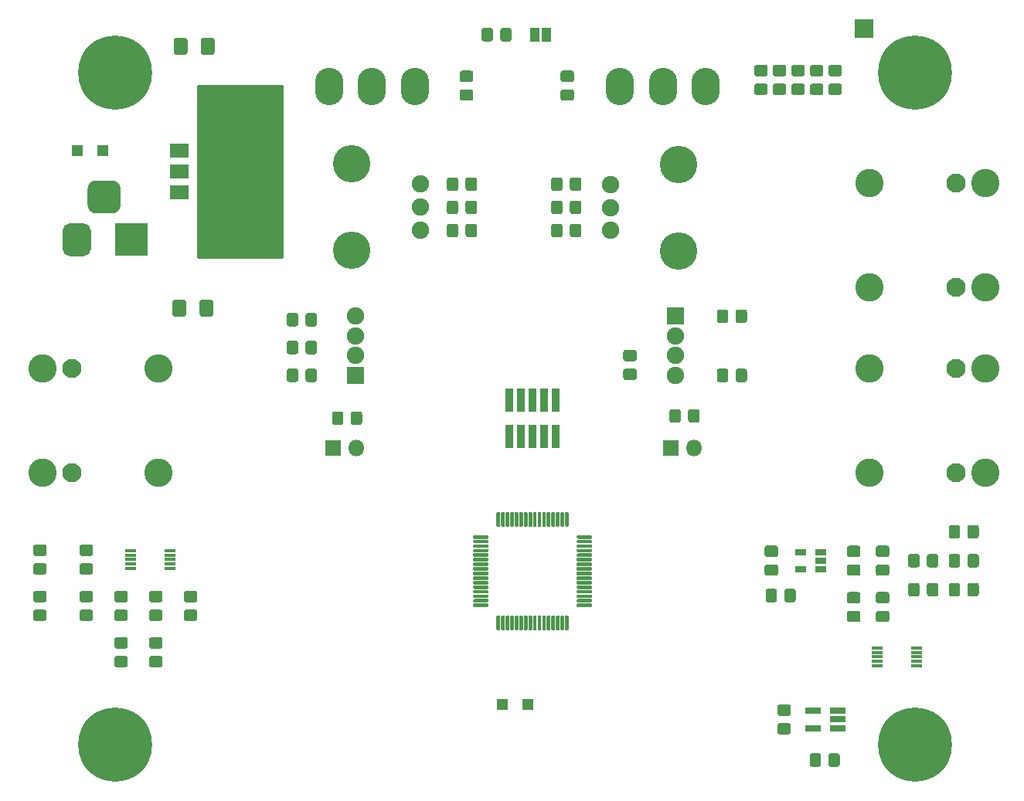
<source format=gbr>
%TF.GenerationSoftware,KiCad,Pcbnew,5.1.6-c6e7f7d~87~ubuntu18.04.1*%
%TF.CreationDate,2020-10-31T16:04:03+00:00*%
%TF.ProjectId,CirrusDspPedal,43697272-7573-4447-9370-506564616c2e,rev?*%
%TF.SameCoordinates,Original*%
%TF.FileFunction,Soldermask,Top*%
%TF.FilePolarity,Negative*%
%FSLAX46Y46*%
G04 Gerber Fmt 4.6, Leading zero omitted, Abs format (unit mm)*
G04 Created by KiCad (PCBNEW 5.1.6-c6e7f7d~87~ubuntu18.04.1) date 2020-10-31 16:04:03*
%MOMM*%
%LPD*%
G01*
G04 APERTURE LIST*
%ADD10R,1.200000X1.200000*%
%ADD11R,2.100000X1.600000*%
%ADD12R,2.100000X3.900000*%
%ADD13C,1.900000*%
%ADD14R,1.900000X1.900000*%
%ADD15R,0.840000X2.500000*%
%ADD16R,1.160000X0.750000*%
%ADD17R,1.200000X0.350000*%
%ADD18R,1.660000X0.750000*%
%ADD19O,3.100000X4.100000*%
%ADD20O,1.800000X1.800000*%
%ADD21R,1.800000X1.800000*%
%ADD22C,4.100000*%
%ADD23R,1.100000X1.600000*%
%ADD24R,2.100000X2.100000*%
%ADD25C,3.100000*%
%ADD26C,2.100000*%
%ADD27R,3.600000X3.600000*%
%ADD28C,8.100000*%
%ADD29C,1.000000*%
%ADD30C,0.254000*%
G04 APERTURE END LIST*
D10*
%TO.C,D2*%
X149990000Y-130175000D03*
X147190000Y-130175000D03*
%TD*%
D11*
%TO.C,U5*%
X111785000Y-69455000D03*
X111785000Y-74055000D03*
X111785000Y-71755000D03*
D12*
X118085000Y-71755000D03*
%TD*%
D13*
%TO.C,LED1*%
X131064000Y-87630000D03*
X131064000Y-89789000D03*
X131064000Y-91948000D03*
D14*
X131064000Y-94107000D03*
%TD*%
D13*
%TO.C,LED2*%
X166116000Y-94107000D03*
X166116000Y-91948000D03*
X166116000Y-89789000D03*
D14*
X166116000Y-87630000D03*
%TD*%
%TO.C,U7*%
G36*
G01*
X146545000Y-110620000D02*
X146545000Y-109170000D01*
G75*
G02*
X146645000Y-109070000I100000J0D01*
G01*
X146845000Y-109070000D01*
G75*
G02*
X146945000Y-109170000I0J-100000D01*
G01*
X146945000Y-110620000D01*
G75*
G02*
X146845000Y-110720000I-100000J0D01*
G01*
X146645000Y-110720000D01*
G75*
G02*
X146545000Y-110620000I0J100000D01*
G01*
G37*
G36*
G01*
X147045000Y-110620000D02*
X147045000Y-109170000D01*
G75*
G02*
X147145000Y-109070000I100000J0D01*
G01*
X147345000Y-109070000D01*
G75*
G02*
X147445000Y-109170000I0J-100000D01*
G01*
X147445000Y-110620000D01*
G75*
G02*
X147345000Y-110720000I-100000J0D01*
G01*
X147145000Y-110720000D01*
G75*
G02*
X147045000Y-110620000I0J100000D01*
G01*
G37*
G36*
G01*
X147545000Y-110620000D02*
X147545000Y-109170000D01*
G75*
G02*
X147645000Y-109070000I100000J0D01*
G01*
X147845000Y-109070000D01*
G75*
G02*
X147945000Y-109170000I0J-100000D01*
G01*
X147945000Y-110620000D01*
G75*
G02*
X147845000Y-110720000I-100000J0D01*
G01*
X147645000Y-110720000D01*
G75*
G02*
X147545000Y-110620000I0J100000D01*
G01*
G37*
G36*
G01*
X148045000Y-110620000D02*
X148045000Y-109170000D01*
G75*
G02*
X148145000Y-109070000I100000J0D01*
G01*
X148345000Y-109070000D01*
G75*
G02*
X148445000Y-109170000I0J-100000D01*
G01*
X148445000Y-110620000D01*
G75*
G02*
X148345000Y-110720000I-100000J0D01*
G01*
X148145000Y-110720000D01*
G75*
G02*
X148045000Y-110620000I0J100000D01*
G01*
G37*
G36*
G01*
X148545000Y-110620000D02*
X148545000Y-109170000D01*
G75*
G02*
X148645000Y-109070000I100000J0D01*
G01*
X148845000Y-109070000D01*
G75*
G02*
X148945000Y-109170000I0J-100000D01*
G01*
X148945000Y-110620000D01*
G75*
G02*
X148845000Y-110720000I-100000J0D01*
G01*
X148645000Y-110720000D01*
G75*
G02*
X148545000Y-110620000I0J100000D01*
G01*
G37*
G36*
G01*
X149045000Y-110620000D02*
X149045000Y-109170000D01*
G75*
G02*
X149145000Y-109070000I100000J0D01*
G01*
X149345000Y-109070000D01*
G75*
G02*
X149445000Y-109170000I0J-100000D01*
G01*
X149445000Y-110620000D01*
G75*
G02*
X149345000Y-110720000I-100000J0D01*
G01*
X149145000Y-110720000D01*
G75*
G02*
X149045000Y-110620000I0J100000D01*
G01*
G37*
G36*
G01*
X149545000Y-110620000D02*
X149545000Y-109170000D01*
G75*
G02*
X149645000Y-109070000I100000J0D01*
G01*
X149845000Y-109070000D01*
G75*
G02*
X149945000Y-109170000I0J-100000D01*
G01*
X149945000Y-110620000D01*
G75*
G02*
X149845000Y-110720000I-100000J0D01*
G01*
X149645000Y-110720000D01*
G75*
G02*
X149545000Y-110620000I0J100000D01*
G01*
G37*
G36*
G01*
X150045000Y-110620000D02*
X150045000Y-109170000D01*
G75*
G02*
X150145000Y-109070000I100000J0D01*
G01*
X150345000Y-109070000D01*
G75*
G02*
X150445000Y-109170000I0J-100000D01*
G01*
X150445000Y-110620000D01*
G75*
G02*
X150345000Y-110720000I-100000J0D01*
G01*
X150145000Y-110720000D01*
G75*
G02*
X150045000Y-110620000I0J100000D01*
G01*
G37*
G36*
G01*
X150545000Y-110620000D02*
X150545000Y-109170000D01*
G75*
G02*
X150645000Y-109070000I100000J0D01*
G01*
X150845000Y-109070000D01*
G75*
G02*
X150945000Y-109170000I0J-100000D01*
G01*
X150945000Y-110620000D01*
G75*
G02*
X150845000Y-110720000I-100000J0D01*
G01*
X150645000Y-110720000D01*
G75*
G02*
X150545000Y-110620000I0J100000D01*
G01*
G37*
G36*
G01*
X151045000Y-110620000D02*
X151045000Y-109170000D01*
G75*
G02*
X151145000Y-109070000I100000J0D01*
G01*
X151345000Y-109070000D01*
G75*
G02*
X151445000Y-109170000I0J-100000D01*
G01*
X151445000Y-110620000D01*
G75*
G02*
X151345000Y-110720000I-100000J0D01*
G01*
X151145000Y-110720000D01*
G75*
G02*
X151045000Y-110620000I0J100000D01*
G01*
G37*
G36*
G01*
X151545000Y-110620000D02*
X151545000Y-109170000D01*
G75*
G02*
X151645000Y-109070000I100000J0D01*
G01*
X151845000Y-109070000D01*
G75*
G02*
X151945000Y-109170000I0J-100000D01*
G01*
X151945000Y-110620000D01*
G75*
G02*
X151845000Y-110720000I-100000J0D01*
G01*
X151645000Y-110720000D01*
G75*
G02*
X151545000Y-110620000I0J100000D01*
G01*
G37*
G36*
G01*
X152045000Y-110620000D02*
X152045000Y-109170000D01*
G75*
G02*
X152145000Y-109070000I100000J0D01*
G01*
X152345000Y-109070000D01*
G75*
G02*
X152445000Y-109170000I0J-100000D01*
G01*
X152445000Y-110620000D01*
G75*
G02*
X152345000Y-110720000I-100000J0D01*
G01*
X152145000Y-110720000D01*
G75*
G02*
X152045000Y-110620000I0J100000D01*
G01*
G37*
G36*
G01*
X152545000Y-110620000D02*
X152545000Y-109170000D01*
G75*
G02*
X152645000Y-109070000I100000J0D01*
G01*
X152845000Y-109070000D01*
G75*
G02*
X152945000Y-109170000I0J-100000D01*
G01*
X152945000Y-110620000D01*
G75*
G02*
X152845000Y-110720000I-100000J0D01*
G01*
X152645000Y-110720000D01*
G75*
G02*
X152545000Y-110620000I0J100000D01*
G01*
G37*
G36*
G01*
X153045000Y-110620000D02*
X153045000Y-109170000D01*
G75*
G02*
X153145000Y-109070000I100000J0D01*
G01*
X153345000Y-109070000D01*
G75*
G02*
X153445000Y-109170000I0J-100000D01*
G01*
X153445000Y-110620000D01*
G75*
G02*
X153345000Y-110720000I-100000J0D01*
G01*
X153145000Y-110720000D01*
G75*
G02*
X153045000Y-110620000I0J100000D01*
G01*
G37*
G36*
G01*
X153545000Y-110620000D02*
X153545000Y-109170000D01*
G75*
G02*
X153645000Y-109070000I100000J0D01*
G01*
X153845000Y-109070000D01*
G75*
G02*
X153945000Y-109170000I0J-100000D01*
G01*
X153945000Y-110620000D01*
G75*
G02*
X153845000Y-110720000I-100000J0D01*
G01*
X153645000Y-110720000D01*
G75*
G02*
X153545000Y-110620000I0J100000D01*
G01*
G37*
G36*
G01*
X154045000Y-110620000D02*
X154045000Y-109170000D01*
G75*
G02*
X154145000Y-109070000I100000J0D01*
G01*
X154345000Y-109070000D01*
G75*
G02*
X154445000Y-109170000I0J-100000D01*
G01*
X154445000Y-110620000D01*
G75*
G02*
X154345000Y-110720000I-100000J0D01*
G01*
X154145000Y-110720000D01*
G75*
G02*
X154045000Y-110620000I0J100000D01*
G01*
G37*
G36*
G01*
X155345000Y-111920000D02*
X155345000Y-111720000D01*
G75*
G02*
X155445000Y-111620000I100000J0D01*
G01*
X156895000Y-111620000D01*
G75*
G02*
X156995000Y-111720000I0J-100000D01*
G01*
X156995000Y-111920000D01*
G75*
G02*
X156895000Y-112020000I-100000J0D01*
G01*
X155445000Y-112020000D01*
G75*
G02*
X155345000Y-111920000I0J100000D01*
G01*
G37*
G36*
G01*
X155345000Y-112420000D02*
X155345000Y-112220000D01*
G75*
G02*
X155445000Y-112120000I100000J0D01*
G01*
X156895000Y-112120000D01*
G75*
G02*
X156995000Y-112220000I0J-100000D01*
G01*
X156995000Y-112420000D01*
G75*
G02*
X156895000Y-112520000I-100000J0D01*
G01*
X155445000Y-112520000D01*
G75*
G02*
X155345000Y-112420000I0J100000D01*
G01*
G37*
G36*
G01*
X155345000Y-112920000D02*
X155345000Y-112720000D01*
G75*
G02*
X155445000Y-112620000I100000J0D01*
G01*
X156895000Y-112620000D01*
G75*
G02*
X156995000Y-112720000I0J-100000D01*
G01*
X156995000Y-112920000D01*
G75*
G02*
X156895000Y-113020000I-100000J0D01*
G01*
X155445000Y-113020000D01*
G75*
G02*
X155345000Y-112920000I0J100000D01*
G01*
G37*
G36*
G01*
X155345000Y-113420000D02*
X155345000Y-113220000D01*
G75*
G02*
X155445000Y-113120000I100000J0D01*
G01*
X156895000Y-113120000D01*
G75*
G02*
X156995000Y-113220000I0J-100000D01*
G01*
X156995000Y-113420000D01*
G75*
G02*
X156895000Y-113520000I-100000J0D01*
G01*
X155445000Y-113520000D01*
G75*
G02*
X155345000Y-113420000I0J100000D01*
G01*
G37*
G36*
G01*
X155345000Y-113920000D02*
X155345000Y-113720000D01*
G75*
G02*
X155445000Y-113620000I100000J0D01*
G01*
X156895000Y-113620000D01*
G75*
G02*
X156995000Y-113720000I0J-100000D01*
G01*
X156995000Y-113920000D01*
G75*
G02*
X156895000Y-114020000I-100000J0D01*
G01*
X155445000Y-114020000D01*
G75*
G02*
X155345000Y-113920000I0J100000D01*
G01*
G37*
G36*
G01*
X155345000Y-114420000D02*
X155345000Y-114220000D01*
G75*
G02*
X155445000Y-114120000I100000J0D01*
G01*
X156895000Y-114120000D01*
G75*
G02*
X156995000Y-114220000I0J-100000D01*
G01*
X156995000Y-114420000D01*
G75*
G02*
X156895000Y-114520000I-100000J0D01*
G01*
X155445000Y-114520000D01*
G75*
G02*
X155345000Y-114420000I0J100000D01*
G01*
G37*
G36*
G01*
X155345000Y-114920000D02*
X155345000Y-114720000D01*
G75*
G02*
X155445000Y-114620000I100000J0D01*
G01*
X156895000Y-114620000D01*
G75*
G02*
X156995000Y-114720000I0J-100000D01*
G01*
X156995000Y-114920000D01*
G75*
G02*
X156895000Y-115020000I-100000J0D01*
G01*
X155445000Y-115020000D01*
G75*
G02*
X155345000Y-114920000I0J100000D01*
G01*
G37*
G36*
G01*
X155345000Y-115420000D02*
X155345000Y-115220000D01*
G75*
G02*
X155445000Y-115120000I100000J0D01*
G01*
X156895000Y-115120000D01*
G75*
G02*
X156995000Y-115220000I0J-100000D01*
G01*
X156995000Y-115420000D01*
G75*
G02*
X156895000Y-115520000I-100000J0D01*
G01*
X155445000Y-115520000D01*
G75*
G02*
X155345000Y-115420000I0J100000D01*
G01*
G37*
G36*
G01*
X155345000Y-115920000D02*
X155345000Y-115720000D01*
G75*
G02*
X155445000Y-115620000I100000J0D01*
G01*
X156895000Y-115620000D01*
G75*
G02*
X156995000Y-115720000I0J-100000D01*
G01*
X156995000Y-115920000D01*
G75*
G02*
X156895000Y-116020000I-100000J0D01*
G01*
X155445000Y-116020000D01*
G75*
G02*
X155345000Y-115920000I0J100000D01*
G01*
G37*
G36*
G01*
X155345000Y-116420000D02*
X155345000Y-116220000D01*
G75*
G02*
X155445000Y-116120000I100000J0D01*
G01*
X156895000Y-116120000D01*
G75*
G02*
X156995000Y-116220000I0J-100000D01*
G01*
X156995000Y-116420000D01*
G75*
G02*
X156895000Y-116520000I-100000J0D01*
G01*
X155445000Y-116520000D01*
G75*
G02*
X155345000Y-116420000I0J100000D01*
G01*
G37*
G36*
G01*
X155345000Y-116920000D02*
X155345000Y-116720000D01*
G75*
G02*
X155445000Y-116620000I100000J0D01*
G01*
X156895000Y-116620000D01*
G75*
G02*
X156995000Y-116720000I0J-100000D01*
G01*
X156995000Y-116920000D01*
G75*
G02*
X156895000Y-117020000I-100000J0D01*
G01*
X155445000Y-117020000D01*
G75*
G02*
X155345000Y-116920000I0J100000D01*
G01*
G37*
G36*
G01*
X155345000Y-117420000D02*
X155345000Y-117220000D01*
G75*
G02*
X155445000Y-117120000I100000J0D01*
G01*
X156895000Y-117120000D01*
G75*
G02*
X156995000Y-117220000I0J-100000D01*
G01*
X156995000Y-117420000D01*
G75*
G02*
X156895000Y-117520000I-100000J0D01*
G01*
X155445000Y-117520000D01*
G75*
G02*
X155345000Y-117420000I0J100000D01*
G01*
G37*
G36*
G01*
X155345000Y-117920000D02*
X155345000Y-117720000D01*
G75*
G02*
X155445000Y-117620000I100000J0D01*
G01*
X156895000Y-117620000D01*
G75*
G02*
X156995000Y-117720000I0J-100000D01*
G01*
X156995000Y-117920000D01*
G75*
G02*
X156895000Y-118020000I-100000J0D01*
G01*
X155445000Y-118020000D01*
G75*
G02*
X155345000Y-117920000I0J100000D01*
G01*
G37*
G36*
G01*
X155345000Y-118420000D02*
X155345000Y-118220000D01*
G75*
G02*
X155445000Y-118120000I100000J0D01*
G01*
X156895000Y-118120000D01*
G75*
G02*
X156995000Y-118220000I0J-100000D01*
G01*
X156995000Y-118420000D01*
G75*
G02*
X156895000Y-118520000I-100000J0D01*
G01*
X155445000Y-118520000D01*
G75*
G02*
X155345000Y-118420000I0J100000D01*
G01*
G37*
G36*
G01*
X155345000Y-118920000D02*
X155345000Y-118720000D01*
G75*
G02*
X155445000Y-118620000I100000J0D01*
G01*
X156895000Y-118620000D01*
G75*
G02*
X156995000Y-118720000I0J-100000D01*
G01*
X156995000Y-118920000D01*
G75*
G02*
X156895000Y-119020000I-100000J0D01*
G01*
X155445000Y-119020000D01*
G75*
G02*
X155345000Y-118920000I0J100000D01*
G01*
G37*
G36*
G01*
X155345000Y-119420000D02*
X155345000Y-119220000D01*
G75*
G02*
X155445000Y-119120000I100000J0D01*
G01*
X156895000Y-119120000D01*
G75*
G02*
X156995000Y-119220000I0J-100000D01*
G01*
X156995000Y-119420000D01*
G75*
G02*
X156895000Y-119520000I-100000J0D01*
G01*
X155445000Y-119520000D01*
G75*
G02*
X155345000Y-119420000I0J100000D01*
G01*
G37*
G36*
G01*
X154045000Y-121970000D02*
X154045000Y-120520000D01*
G75*
G02*
X154145000Y-120420000I100000J0D01*
G01*
X154345000Y-120420000D01*
G75*
G02*
X154445000Y-120520000I0J-100000D01*
G01*
X154445000Y-121970000D01*
G75*
G02*
X154345000Y-122070000I-100000J0D01*
G01*
X154145000Y-122070000D01*
G75*
G02*
X154045000Y-121970000I0J100000D01*
G01*
G37*
G36*
G01*
X153545000Y-121970000D02*
X153545000Y-120520000D01*
G75*
G02*
X153645000Y-120420000I100000J0D01*
G01*
X153845000Y-120420000D01*
G75*
G02*
X153945000Y-120520000I0J-100000D01*
G01*
X153945000Y-121970000D01*
G75*
G02*
X153845000Y-122070000I-100000J0D01*
G01*
X153645000Y-122070000D01*
G75*
G02*
X153545000Y-121970000I0J100000D01*
G01*
G37*
G36*
G01*
X153045000Y-121970000D02*
X153045000Y-120520000D01*
G75*
G02*
X153145000Y-120420000I100000J0D01*
G01*
X153345000Y-120420000D01*
G75*
G02*
X153445000Y-120520000I0J-100000D01*
G01*
X153445000Y-121970000D01*
G75*
G02*
X153345000Y-122070000I-100000J0D01*
G01*
X153145000Y-122070000D01*
G75*
G02*
X153045000Y-121970000I0J100000D01*
G01*
G37*
G36*
G01*
X152545000Y-121970000D02*
X152545000Y-120520000D01*
G75*
G02*
X152645000Y-120420000I100000J0D01*
G01*
X152845000Y-120420000D01*
G75*
G02*
X152945000Y-120520000I0J-100000D01*
G01*
X152945000Y-121970000D01*
G75*
G02*
X152845000Y-122070000I-100000J0D01*
G01*
X152645000Y-122070000D01*
G75*
G02*
X152545000Y-121970000I0J100000D01*
G01*
G37*
G36*
G01*
X152045000Y-121970000D02*
X152045000Y-120520000D01*
G75*
G02*
X152145000Y-120420000I100000J0D01*
G01*
X152345000Y-120420000D01*
G75*
G02*
X152445000Y-120520000I0J-100000D01*
G01*
X152445000Y-121970000D01*
G75*
G02*
X152345000Y-122070000I-100000J0D01*
G01*
X152145000Y-122070000D01*
G75*
G02*
X152045000Y-121970000I0J100000D01*
G01*
G37*
G36*
G01*
X151545000Y-121970000D02*
X151545000Y-120520000D01*
G75*
G02*
X151645000Y-120420000I100000J0D01*
G01*
X151845000Y-120420000D01*
G75*
G02*
X151945000Y-120520000I0J-100000D01*
G01*
X151945000Y-121970000D01*
G75*
G02*
X151845000Y-122070000I-100000J0D01*
G01*
X151645000Y-122070000D01*
G75*
G02*
X151545000Y-121970000I0J100000D01*
G01*
G37*
G36*
G01*
X151045000Y-121970000D02*
X151045000Y-120520000D01*
G75*
G02*
X151145000Y-120420000I100000J0D01*
G01*
X151345000Y-120420000D01*
G75*
G02*
X151445000Y-120520000I0J-100000D01*
G01*
X151445000Y-121970000D01*
G75*
G02*
X151345000Y-122070000I-100000J0D01*
G01*
X151145000Y-122070000D01*
G75*
G02*
X151045000Y-121970000I0J100000D01*
G01*
G37*
G36*
G01*
X150545000Y-121970000D02*
X150545000Y-120520000D01*
G75*
G02*
X150645000Y-120420000I100000J0D01*
G01*
X150845000Y-120420000D01*
G75*
G02*
X150945000Y-120520000I0J-100000D01*
G01*
X150945000Y-121970000D01*
G75*
G02*
X150845000Y-122070000I-100000J0D01*
G01*
X150645000Y-122070000D01*
G75*
G02*
X150545000Y-121970000I0J100000D01*
G01*
G37*
G36*
G01*
X150045000Y-121970000D02*
X150045000Y-120520000D01*
G75*
G02*
X150145000Y-120420000I100000J0D01*
G01*
X150345000Y-120420000D01*
G75*
G02*
X150445000Y-120520000I0J-100000D01*
G01*
X150445000Y-121970000D01*
G75*
G02*
X150345000Y-122070000I-100000J0D01*
G01*
X150145000Y-122070000D01*
G75*
G02*
X150045000Y-121970000I0J100000D01*
G01*
G37*
G36*
G01*
X149545000Y-121970000D02*
X149545000Y-120520000D01*
G75*
G02*
X149645000Y-120420000I100000J0D01*
G01*
X149845000Y-120420000D01*
G75*
G02*
X149945000Y-120520000I0J-100000D01*
G01*
X149945000Y-121970000D01*
G75*
G02*
X149845000Y-122070000I-100000J0D01*
G01*
X149645000Y-122070000D01*
G75*
G02*
X149545000Y-121970000I0J100000D01*
G01*
G37*
G36*
G01*
X149045000Y-121970000D02*
X149045000Y-120520000D01*
G75*
G02*
X149145000Y-120420000I100000J0D01*
G01*
X149345000Y-120420000D01*
G75*
G02*
X149445000Y-120520000I0J-100000D01*
G01*
X149445000Y-121970000D01*
G75*
G02*
X149345000Y-122070000I-100000J0D01*
G01*
X149145000Y-122070000D01*
G75*
G02*
X149045000Y-121970000I0J100000D01*
G01*
G37*
G36*
G01*
X148545000Y-121970000D02*
X148545000Y-120520000D01*
G75*
G02*
X148645000Y-120420000I100000J0D01*
G01*
X148845000Y-120420000D01*
G75*
G02*
X148945000Y-120520000I0J-100000D01*
G01*
X148945000Y-121970000D01*
G75*
G02*
X148845000Y-122070000I-100000J0D01*
G01*
X148645000Y-122070000D01*
G75*
G02*
X148545000Y-121970000I0J100000D01*
G01*
G37*
G36*
G01*
X148045000Y-121970000D02*
X148045000Y-120520000D01*
G75*
G02*
X148145000Y-120420000I100000J0D01*
G01*
X148345000Y-120420000D01*
G75*
G02*
X148445000Y-120520000I0J-100000D01*
G01*
X148445000Y-121970000D01*
G75*
G02*
X148345000Y-122070000I-100000J0D01*
G01*
X148145000Y-122070000D01*
G75*
G02*
X148045000Y-121970000I0J100000D01*
G01*
G37*
G36*
G01*
X147545000Y-121970000D02*
X147545000Y-120520000D01*
G75*
G02*
X147645000Y-120420000I100000J0D01*
G01*
X147845000Y-120420000D01*
G75*
G02*
X147945000Y-120520000I0J-100000D01*
G01*
X147945000Y-121970000D01*
G75*
G02*
X147845000Y-122070000I-100000J0D01*
G01*
X147645000Y-122070000D01*
G75*
G02*
X147545000Y-121970000I0J100000D01*
G01*
G37*
G36*
G01*
X147045000Y-121970000D02*
X147045000Y-120520000D01*
G75*
G02*
X147145000Y-120420000I100000J0D01*
G01*
X147345000Y-120420000D01*
G75*
G02*
X147445000Y-120520000I0J-100000D01*
G01*
X147445000Y-121970000D01*
G75*
G02*
X147345000Y-122070000I-100000J0D01*
G01*
X147145000Y-122070000D01*
G75*
G02*
X147045000Y-121970000I0J100000D01*
G01*
G37*
G36*
G01*
X146545000Y-121970000D02*
X146545000Y-120520000D01*
G75*
G02*
X146645000Y-120420000I100000J0D01*
G01*
X146845000Y-120420000D01*
G75*
G02*
X146945000Y-120520000I0J-100000D01*
G01*
X146945000Y-121970000D01*
G75*
G02*
X146845000Y-122070000I-100000J0D01*
G01*
X146645000Y-122070000D01*
G75*
G02*
X146545000Y-121970000I0J100000D01*
G01*
G37*
G36*
G01*
X143995000Y-119420000D02*
X143995000Y-119220000D01*
G75*
G02*
X144095000Y-119120000I100000J0D01*
G01*
X145545000Y-119120000D01*
G75*
G02*
X145645000Y-119220000I0J-100000D01*
G01*
X145645000Y-119420000D01*
G75*
G02*
X145545000Y-119520000I-100000J0D01*
G01*
X144095000Y-119520000D01*
G75*
G02*
X143995000Y-119420000I0J100000D01*
G01*
G37*
G36*
G01*
X143995000Y-118920000D02*
X143995000Y-118720000D01*
G75*
G02*
X144095000Y-118620000I100000J0D01*
G01*
X145545000Y-118620000D01*
G75*
G02*
X145645000Y-118720000I0J-100000D01*
G01*
X145645000Y-118920000D01*
G75*
G02*
X145545000Y-119020000I-100000J0D01*
G01*
X144095000Y-119020000D01*
G75*
G02*
X143995000Y-118920000I0J100000D01*
G01*
G37*
G36*
G01*
X143995000Y-118420000D02*
X143995000Y-118220000D01*
G75*
G02*
X144095000Y-118120000I100000J0D01*
G01*
X145545000Y-118120000D01*
G75*
G02*
X145645000Y-118220000I0J-100000D01*
G01*
X145645000Y-118420000D01*
G75*
G02*
X145545000Y-118520000I-100000J0D01*
G01*
X144095000Y-118520000D01*
G75*
G02*
X143995000Y-118420000I0J100000D01*
G01*
G37*
G36*
G01*
X143995000Y-117920000D02*
X143995000Y-117720000D01*
G75*
G02*
X144095000Y-117620000I100000J0D01*
G01*
X145545000Y-117620000D01*
G75*
G02*
X145645000Y-117720000I0J-100000D01*
G01*
X145645000Y-117920000D01*
G75*
G02*
X145545000Y-118020000I-100000J0D01*
G01*
X144095000Y-118020000D01*
G75*
G02*
X143995000Y-117920000I0J100000D01*
G01*
G37*
G36*
G01*
X143995000Y-117420000D02*
X143995000Y-117220000D01*
G75*
G02*
X144095000Y-117120000I100000J0D01*
G01*
X145545000Y-117120000D01*
G75*
G02*
X145645000Y-117220000I0J-100000D01*
G01*
X145645000Y-117420000D01*
G75*
G02*
X145545000Y-117520000I-100000J0D01*
G01*
X144095000Y-117520000D01*
G75*
G02*
X143995000Y-117420000I0J100000D01*
G01*
G37*
G36*
G01*
X143995000Y-116920000D02*
X143995000Y-116720000D01*
G75*
G02*
X144095000Y-116620000I100000J0D01*
G01*
X145545000Y-116620000D01*
G75*
G02*
X145645000Y-116720000I0J-100000D01*
G01*
X145645000Y-116920000D01*
G75*
G02*
X145545000Y-117020000I-100000J0D01*
G01*
X144095000Y-117020000D01*
G75*
G02*
X143995000Y-116920000I0J100000D01*
G01*
G37*
G36*
G01*
X143995000Y-116420000D02*
X143995000Y-116220000D01*
G75*
G02*
X144095000Y-116120000I100000J0D01*
G01*
X145545000Y-116120000D01*
G75*
G02*
X145645000Y-116220000I0J-100000D01*
G01*
X145645000Y-116420000D01*
G75*
G02*
X145545000Y-116520000I-100000J0D01*
G01*
X144095000Y-116520000D01*
G75*
G02*
X143995000Y-116420000I0J100000D01*
G01*
G37*
G36*
G01*
X143995000Y-115920000D02*
X143995000Y-115720000D01*
G75*
G02*
X144095000Y-115620000I100000J0D01*
G01*
X145545000Y-115620000D01*
G75*
G02*
X145645000Y-115720000I0J-100000D01*
G01*
X145645000Y-115920000D01*
G75*
G02*
X145545000Y-116020000I-100000J0D01*
G01*
X144095000Y-116020000D01*
G75*
G02*
X143995000Y-115920000I0J100000D01*
G01*
G37*
G36*
G01*
X143995000Y-115420000D02*
X143995000Y-115220000D01*
G75*
G02*
X144095000Y-115120000I100000J0D01*
G01*
X145545000Y-115120000D01*
G75*
G02*
X145645000Y-115220000I0J-100000D01*
G01*
X145645000Y-115420000D01*
G75*
G02*
X145545000Y-115520000I-100000J0D01*
G01*
X144095000Y-115520000D01*
G75*
G02*
X143995000Y-115420000I0J100000D01*
G01*
G37*
G36*
G01*
X143995000Y-114920000D02*
X143995000Y-114720000D01*
G75*
G02*
X144095000Y-114620000I100000J0D01*
G01*
X145545000Y-114620000D01*
G75*
G02*
X145645000Y-114720000I0J-100000D01*
G01*
X145645000Y-114920000D01*
G75*
G02*
X145545000Y-115020000I-100000J0D01*
G01*
X144095000Y-115020000D01*
G75*
G02*
X143995000Y-114920000I0J100000D01*
G01*
G37*
G36*
G01*
X143995000Y-114420000D02*
X143995000Y-114220000D01*
G75*
G02*
X144095000Y-114120000I100000J0D01*
G01*
X145545000Y-114120000D01*
G75*
G02*
X145645000Y-114220000I0J-100000D01*
G01*
X145645000Y-114420000D01*
G75*
G02*
X145545000Y-114520000I-100000J0D01*
G01*
X144095000Y-114520000D01*
G75*
G02*
X143995000Y-114420000I0J100000D01*
G01*
G37*
G36*
G01*
X143995000Y-113920000D02*
X143995000Y-113720000D01*
G75*
G02*
X144095000Y-113620000I100000J0D01*
G01*
X145545000Y-113620000D01*
G75*
G02*
X145645000Y-113720000I0J-100000D01*
G01*
X145645000Y-113920000D01*
G75*
G02*
X145545000Y-114020000I-100000J0D01*
G01*
X144095000Y-114020000D01*
G75*
G02*
X143995000Y-113920000I0J100000D01*
G01*
G37*
G36*
G01*
X143995000Y-113420000D02*
X143995000Y-113220000D01*
G75*
G02*
X144095000Y-113120000I100000J0D01*
G01*
X145545000Y-113120000D01*
G75*
G02*
X145645000Y-113220000I0J-100000D01*
G01*
X145645000Y-113420000D01*
G75*
G02*
X145545000Y-113520000I-100000J0D01*
G01*
X144095000Y-113520000D01*
G75*
G02*
X143995000Y-113420000I0J100000D01*
G01*
G37*
G36*
G01*
X143995000Y-112920000D02*
X143995000Y-112720000D01*
G75*
G02*
X144095000Y-112620000I100000J0D01*
G01*
X145545000Y-112620000D01*
G75*
G02*
X145645000Y-112720000I0J-100000D01*
G01*
X145645000Y-112920000D01*
G75*
G02*
X145545000Y-113020000I-100000J0D01*
G01*
X144095000Y-113020000D01*
G75*
G02*
X143995000Y-112920000I0J100000D01*
G01*
G37*
G36*
G01*
X143995000Y-112420000D02*
X143995000Y-112220000D01*
G75*
G02*
X144095000Y-112120000I100000J0D01*
G01*
X145545000Y-112120000D01*
G75*
G02*
X145645000Y-112220000I0J-100000D01*
G01*
X145645000Y-112420000D01*
G75*
G02*
X145545000Y-112520000I-100000J0D01*
G01*
X144095000Y-112520000D01*
G75*
G02*
X143995000Y-112420000I0J100000D01*
G01*
G37*
G36*
G01*
X143995000Y-111920000D02*
X143995000Y-111720000D01*
G75*
G02*
X144095000Y-111620000I100000J0D01*
G01*
X145545000Y-111620000D01*
G75*
G02*
X145645000Y-111720000I0J-100000D01*
G01*
X145645000Y-111920000D01*
G75*
G02*
X145545000Y-112020000I-100000J0D01*
G01*
X144095000Y-112020000D01*
G75*
G02*
X143995000Y-111920000I0J100000D01*
G01*
G37*
%TD*%
D15*
%TO.C,J3*%
X147955000Y-100756000D03*
X147955000Y-96856000D03*
X149225000Y-100756000D03*
X149225000Y-96856000D03*
X150495000Y-100756000D03*
X150495000Y-96856000D03*
X151765000Y-100756000D03*
X151765000Y-96856000D03*
X153035000Y-100756000D03*
X153035000Y-96856000D03*
%TD*%
D16*
%TO.C,U6*%
X179875000Y-115377000D03*
X179875000Y-113477000D03*
X182075000Y-113477000D03*
X182075000Y-114427000D03*
X182075000Y-115377000D03*
%TD*%
D17*
%TO.C,U3*%
X106435000Y-115300000D03*
X106435000Y-114800000D03*
X106435000Y-114300000D03*
X106435000Y-113800000D03*
X106435000Y-113300000D03*
X110735000Y-113300000D03*
X110735000Y-113800000D03*
X110735000Y-114300000D03*
X110735000Y-114800000D03*
X110735000Y-115300000D03*
%TD*%
D18*
%TO.C,U2*%
X181254000Y-132776000D03*
X181254000Y-130876000D03*
X183954000Y-130876000D03*
X183954000Y-131826000D03*
X183954000Y-132776000D03*
%TD*%
D17*
%TO.C,U1*%
X192523000Y-123968000D03*
X192523000Y-124468000D03*
X192523000Y-124968000D03*
X192523000Y-125468000D03*
X192523000Y-125968000D03*
X188223000Y-125968000D03*
X188223000Y-125468000D03*
X188223000Y-124968000D03*
X188223000Y-124468000D03*
X188223000Y-123968000D03*
%TD*%
D19*
%TO.C,SW4*%
X137585000Y-62484000D03*
X128185000Y-62484000D03*
X132885000Y-62484000D03*
%TD*%
%TO.C,SW3*%
X169465000Y-62484000D03*
X160065000Y-62484000D03*
X164765000Y-62484000D03*
%TD*%
D20*
%TO.C,SW2*%
X168148000Y-102108000D03*
D21*
X165608000Y-102108000D03*
%TD*%
D20*
%TO.C,SW1*%
X131191000Y-102108000D03*
D21*
X128651000Y-102108000D03*
%TD*%
D22*
%TO.C,RV2*%
X130676000Y-70902000D03*
X130676000Y-80402000D03*
D13*
X138176000Y-73152000D03*
X138176000Y-75652000D03*
X138176000Y-78152000D03*
%TD*%
D22*
%TO.C,RV1*%
X166504000Y-80482000D03*
X166504000Y-70982000D03*
D13*
X159004000Y-78232000D03*
X159004000Y-75732000D03*
X159004000Y-73232000D03*
%TD*%
%TO.C,R28*%
G36*
G01*
X183163738Y-62122000D02*
X184120262Y-62122000D01*
G75*
G02*
X184392000Y-62393738I0J-271738D01*
G01*
X184392000Y-63100262D01*
G75*
G02*
X184120262Y-63372000I-271738J0D01*
G01*
X183163738Y-63372000D01*
G75*
G02*
X182892000Y-63100262I0J271738D01*
G01*
X182892000Y-62393738D01*
G75*
G02*
X183163738Y-62122000I271738J0D01*
G01*
G37*
G36*
G01*
X183163738Y-60072000D02*
X184120262Y-60072000D01*
G75*
G02*
X184392000Y-60343738I0J-271738D01*
G01*
X184392000Y-61050262D01*
G75*
G02*
X184120262Y-61322000I-271738J0D01*
G01*
X183163738Y-61322000D01*
G75*
G02*
X182892000Y-61050262I0J271738D01*
G01*
X182892000Y-60343738D01*
G75*
G02*
X183163738Y-60072000I271738J0D01*
G01*
G37*
%TD*%
%TO.C,R27*%
G36*
G01*
X181131738Y-62131000D02*
X182088262Y-62131000D01*
G75*
G02*
X182360000Y-62402738I0J-271738D01*
G01*
X182360000Y-63109262D01*
G75*
G02*
X182088262Y-63381000I-271738J0D01*
G01*
X181131738Y-63381000D01*
G75*
G02*
X180860000Y-63109262I0J271738D01*
G01*
X180860000Y-62402738D01*
G75*
G02*
X181131738Y-62131000I271738J0D01*
G01*
G37*
G36*
G01*
X181131738Y-60081000D02*
X182088262Y-60081000D01*
G75*
G02*
X182360000Y-60352738I0J-271738D01*
G01*
X182360000Y-61059262D01*
G75*
G02*
X182088262Y-61331000I-271738J0D01*
G01*
X181131738Y-61331000D01*
G75*
G02*
X180860000Y-61059262I0J271738D01*
G01*
X180860000Y-60352738D01*
G75*
G02*
X181131738Y-60081000I271738J0D01*
G01*
G37*
%TD*%
%TO.C,R26*%
G36*
G01*
X179099738Y-62122000D02*
X180056262Y-62122000D01*
G75*
G02*
X180328000Y-62393738I0J-271738D01*
G01*
X180328000Y-63100262D01*
G75*
G02*
X180056262Y-63372000I-271738J0D01*
G01*
X179099738Y-63372000D01*
G75*
G02*
X178828000Y-63100262I0J271738D01*
G01*
X178828000Y-62393738D01*
G75*
G02*
X179099738Y-62122000I271738J0D01*
G01*
G37*
G36*
G01*
X179099738Y-60072000D02*
X180056262Y-60072000D01*
G75*
G02*
X180328000Y-60343738I0J-271738D01*
G01*
X180328000Y-61050262D01*
G75*
G02*
X180056262Y-61322000I-271738J0D01*
G01*
X179099738Y-61322000D01*
G75*
G02*
X178828000Y-61050262I0J271738D01*
G01*
X178828000Y-60343738D01*
G75*
G02*
X179099738Y-60072000I271738J0D01*
G01*
G37*
%TD*%
%TO.C,R25*%
G36*
G01*
X177067738Y-62122000D02*
X178024262Y-62122000D01*
G75*
G02*
X178296000Y-62393738I0J-271738D01*
G01*
X178296000Y-63100262D01*
G75*
G02*
X178024262Y-63372000I-271738J0D01*
G01*
X177067738Y-63372000D01*
G75*
G02*
X176796000Y-63100262I0J271738D01*
G01*
X176796000Y-62393738D01*
G75*
G02*
X177067738Y-62122000I271738J0D01*
G01*
G37*
G36*
G01*
X177067738Y-60072000D02*
X178024262Y-60072000D01*
G75*
G02*
X178296000Y-60343738I0J-271738D01*
G01*
X178296000Y-61050262D01*
G75*
G02*
X178024262Y-61322000I-271738J0D01*
G01*
X177067738Y-61322000D01*
G75*
G02*
X176796000Y-61050262I0J271738D01*
G01*
X176796000Y-60343738D01*
G75*
G02*
X177067738Y-60072000I271738J0D01*
G01*
G37*
%TD*%
%TO.C,R24*%
G36*
G01*
X175035738Y-62122000D02*
X175992262Y-62122000D01*
G75*
G02*
X176264000Y-62393738I0J-271738D01*
G01*
X176264000Y-63100262D01*
G75*
G02*
X175992262Y-63372000I-271738J0D01*
G01*
X175035738Y-63372000D01*
G75*
G02*
X174764000Y-63100262I0J271738D01*
G01*
X174764000Y-62393738D01*
G75*
G02*
X175035738Y-62122000I271738J0D01*
G01*
G37*
G36*
G01*
X175035738Y-60072000D02*
X175992262Y-60072000D01*
G75*
G02*
X176264000Y-60343738I0J-271738D01*
G01*
X176264000Y-61050262D01*
G75*
G02*
X175992262Y-61322000I-271738J0D01*
G01*
X175035738Y-61322000D01*
G75*
G02*
X174764000Y-61050262I0J271738D01*
G01*
X174764000Y-60343738D01*
G75*
G02*
X175035738Y-60072000I271738J0D01*
G01*
G37*
%TD*%
%TO.C,R23*%
G36*
G01*
X146958000Y-57247262D02*
X146958000Y-56290738D01*
G75*
G02*
X147229738Y-56019000I271738J0D01*
G01*
X147936262Y-56019000D01*
G75*
G02*
X148208000Y-56290738I0J-271738D01*
G01*
X148208000Y-57247262D01*
G75*
G02*
X147936262Y-57519000I-271738J0D01*
G01*
X147229738Y-57519000D01*
G75*
G02*
X146958000Y-57247262I0J271738D01*
G01*
G37*
G36*
G01*
X144908000Y-57247262D02*
X144908000Y-56290738D01*
G75*
G02*
X145179738Y-56019000I271738J0D01*
G01*
X145886262Y-56019000D01*
G75*
G02*
X146158000Y-56290738I0J-271738D01*
G01*
X146158000Y-57247262D01*
G75*
G02*
X145886262Y-57519000I-271738J0D01*
G01*
X145179738Y-57519000D01*
G75*
G02*
X144908000Y-57247262I0J271738D01*
G01*
G37*
%TD*%
%TO.C,R22*%
G36*
G01*
X160684738Y-93364000D02*
X161641262Y-93364000D01*
G75*
G02*
X161913000Y-93635738I0J-271738D01*
G01*
X161913000Y-94342262D01*
G75*
G02*
X161641262Y-94614000I-271738J0D01*
G01*
X160684738Y-94614000D01*
G75*
G02*
X160413000Y-94342262I0J271738D01*
G01*
X160413000Y-93635738D01*
G75*
G02*
X160684738Y-93364000I271738J0D01*
G01*
G37*
G36*
G01*
X160684738Y-91314000D02*
X161641262Y-91314000D01*
G75*
G02*
X161913000Y-91585738I0J-271738D01*
G01*
X161913000Y-92292262D01*
G75*
G02*
X161641262Y-92564000I-271738J0D01*
G01*
X160684738Y-92564000D01*
G75*
G02*
X160413000Y-92292262I0J271738D01*
G01*
X160413000Y-91585738D01*
G75*
G02*
X160684738Y-91314000I271738J0D01*
G01*
G37*
%TD*%
%TO.C,R21*%
G36*
G01*
X172739000Y-94585262D02*
X172739000Y-93628738D01*
G75*
G02*
X173010738Y-93357000I271738J0D01*
G01*
X173717262Y-93357000D01*
G75*
G02*
X173989000Y-93628738I0J-271738D01*
G01*
X173989000Y-94585262D01*
G75*
G02*
X173717262Y-94857000I-271738J0D01*
G01*
X173010738Y-94857000D01*
G75*
G02*
X172739000Y-94585262I0J271738D01*
G01*
G37*
G36*
G01*
X170689000Y-94585262D02*
X170689000Y-93628738D01*
G75*
G02*
X170960738Y-93357000I271738J0D01*
G01*
X171667262Y-93357000D01*
G75*
G02*
X171939000Y-93628738I0J-271738D01*
G01*
X171939000Y-94585262D01*
G75*
G02*
X171667262Y-94857000I-271738J0D01*
G01*
X170960738Y-94857000D01*
G75*
G02*
X170689000Y-94585262I0J271738D01*
G01*
G37*
%TD*%
%TO.C,R20*%
G36*
G01*
X172739000Y-88108262D02*
X172739000Y-87151738D01*
G75*
G02*
X173010738Y-86880000I271738J0D01*
G01*
X173717262Y-86880000D01*
G75*
G02*
X173989000Y-87151738I0J-271738D01*
G01*
X173989000Y-88108262D01*
G75*
G02*
X173717262Y-88380000I-271738J0D01*
G01*
X173010738Y-88380000D01*
G75*
G02*
X172739000Y-88108262I0J271738D01*
G01*
G37*
G36*
G01*
X170689000Y-88108262D02*
X170689000Y-87151738D01*
G75*
G02*
X170960738Y-86880000I271738J0D01*
G01*
X171667262Y-86880000D01*
G75*
G02*
X171939000Y-87151738I0J-271738D01*
G01*
X171939000Y-88108262D01*
G75*
G02*
X171667262Y-88380000I-271738J0D01*
G01*
X170960738Y-88380000D01*
G75*
G02*
X170689000Y-88108262I0J271738D01*
G01*
G37*
%TD*%
%TO.C,R19*%
G36*
G01*
X124822000Y-87532738D02*
X124822000Y-88489262D01*
G75*
G02*
X124550262Y-88761000I-271738J0D01*
G01*
X123843738Y-88761000D01*
G75*
G02*
X123572000Y-88489262I0J271738D01*
G01*
X123572000Y-87532738D01*
G75*
G02*
X123843738Y-87261000I271738J0D01*
G01*
X124550262Y-87261000D01*
G75*
G02*
X124822000Y-87532738I0J-271738D01*
G01*
G37*
G36*
G01*
X126872000Y-87532738D02*
X126872000Y-88489262D01*
G75*
G02*
X126600262Y-88761000I-271738J0D01*
G01*
X125893738Y-88761000D01*
G75*
G02*
X125622000Y-88489262I0J271738D01*
G01*
X125622000Y-87532738D01*
G75*
G02*
X125893738Y-87261000I271738J0D01*
G01*
X126600262Y-87261000D01*
G75*
G02*
X126872000Y-87532738I0J-271738D01*
G01*
G37*
%TD*%
%TO.C,R18*%
G36*
G01*
X124822000Y-90580738D02*
X124822000Y-91537262D01*
G75*
G02*
X124550262Y-91809000I-271738J0D01*
G01*
X123843738Y-91809000D01*
G75*
G02*
X123572000Y-91537262I0J271738D01*
G01*
X123572000Y-90580738D01*
G75*
G02*
X123843738Y-90309000I271738J0D01*
G01*
X124550262Y-90309000D01*
G75*
G02*
X124822000Y-90580738I0J-271738D01*
G01*
G37*
G36*
G01*
X126872000Y-90580738D02*
X126872000Y-91537262D01*
G75*
G02*
X126600262Y-91809000I-271738J0D01*
G01*
X125893738Y-91809000D01*
G75*
G02*
X125622000Y-91537262I0J271738D01*
G01*
X125622000Y-90580738D01*
G75*
G02*
X125893738Y-90309000I271738J0D01*
G01*
X126600262Y-90309000D01*
G75*
G02*
X126872000Y-90580738I0J-271738D01*
G01*
G37*
%TD*%
%TO.C,R17*%
G36*
G01*
X124822000Y-93628738D02*
X124822000Y-94585262D01*
G75*
G02*
X124550262Y-94857000I-271738J0D01*
G01*
X123843738Y-94857000D01*
G75*
G02*
X123572000Y-94585262I0J271738D01*
G01*
X123572000Y-93628738D01*
G75*
G02*
X123843738Y-93357000I271738J0D01*
G01*
X124550262Y-93357000D01*
G75*
G02*
X124822000Y-93628738I0J-271738D01*
G01*
G37*
G36*
G01*
X126872000Y-93628738D02*
X126872000Y-94585262D01*
G75*
G02*
X126600262Y-94857000I-271738J0D01*
G01*
X125893738Y-94857000D01*
G75*
G02*
X125622000Y-94585262I0J271738D01*
G01*
X125622000Y-93628738D01*
G75*
G02*
X125893738Y-93357000I271738J0D01*
G01*
X126600262Y-93357000D01*
G75*
G02*
X126872000Y-93628738I0J-271738D01*
G01*
G37*
%TD*%
%TO.C,R16*%
G36*
G01*
X142777738Y-62757000D02*
X143734262Y-62757000D01*
G75*
G02*
X144006000Y-63028738I0J-271738D01*
G01*
X144006000Y-63735262D01*
G75*
G02*
X143734262Y-64007000I-271738J0D01*
G01*
X142777738Y-64007000D01*
G75*
G02*
X142506000Y-63735262I0J271738D01*
G01*
X142506000Y-63028738D01*
G75*
G02*
X142777738Y-62757000I271738J0D01*
G01*
G37*
G36*
G01*
X142777738Y-60707000D02*
X143734262Y-60707000D01*
G75*
G02*
X144006000Y-60978738I0J-271738D01*
G01*
X144006000Y-61685262D01*
G75*
G02*
X143734262Y-61957000I-271738J0D01*
G01*
X142777738Y-61957000D01*
G75*
G02*
X142506000Y-61685262I0J271738D01*
G01*
X142506000Y-60978738D01*
G75*
G02*
X142777738Y-60707000I271738J0D01*
G01*
G37*
%TD*%
%TO.C,R15*%
G36*
G01*
X153826738Y-62757000D02*
X154783262Y-62757000D01*
G75*
G02*
X155055000Y-63028738I0J-271738D01*
G01*
X155055000Y-63735262D01*
G75*
G02*
X154783262Y-64007000I-271738J0D01*
G01*
X153826738Y-64007000D01*
G75*
G02*
X153555000Y-63735262I0J271738D01*
G01*
X153555000Y-63028738D01*
G75*
G02*
X153826738Y-62757000I271738J0D01*
G01*
G37*
G36*
G01*
X153826738Y-60707000D02*
X154783262Y-60707000D01*
G75*
G02*
X155055000Y-60978738I0J-271738D01*
G01*
X155055000Y-61685262D01*
G75*
G02*
X154783262Y-61957000I-271738J0D01*
G01*
X153826738Y-61957000D01*
G75*
G02*
X153555000Y-61685262I0J271738D01*
G01*
X153555000Y-60978738D01*
G75*
G02*
X153826738Y-60707000I271738J0D01*
G01*
G37*
%TD*%
%TO.C,R14*%
G36*
G01*
X142348000Y-75213738D02*
X142348000Y-76170262D01*
G75*
G02*
X142076262Y-76442000I-271738J0D01*
G01*
X141369738Y-76442000D01*
G75*
G02*
X141098000Y-76170262I0J271738D01*
G01*
X141098000Y-75213738D01*
G75*
G02*
X141369738Y-74942000I271738J0D01*
G01*
X142076262Y-74942000D01*
G75*
G02*
X142348000Y-75213738I0J-271738D01*
G01*
G37*
G36*
G01*
X144398000Y-75213738D02*
X144398000Y-76170262D01*
G75*
G02*
X144126262Y-76442000I-271738J0D01*
G01*
X143419738Y-76442000D01*
G75*
G02*
X143148000Y-76170262I0J271738D01*
G01*
X143148000Y-75213738D01*
G75*
G02*
X143419738Y-74942000I271738J0D01*
G01*
X144126262Y-74942000D01*
G75*
G02*
X144398000Y-75213738I0J-271738D01*
G01*
G37*
%TD*%
%TO.C,R13*%
G36*
G01*
X154578000Y-76170262D02*
X154578000Y-75213738D01*
G75*
G02*
X154849738Y-74942000I271738J0D01*
G01*
X155556262Y-74942000D01*
G75*
G02*
X155828000Y-75213738I0J-271738D01*
G01*
X155828000Y-76170262D01*
G75*
G02*
X155556262Y-76442000I-271738J0D01*
G01*
X154849738Y-76442000D01*
G75*
G02*
X154578000Y-76170262I0J271738D01*
G01*
G37*
G36*
G01*
X152528000Y-76170262D02*
X152528000Y-75213738D01*
G75*
G02*
X152799738Y-74942000I271738J0D01*
G01*
X153506262Y-74942000D01*
G75*
G02*
X153778000Y-75213738I0J-271738D01*
G01*
X153778000Y-76170262D01*
G75*
G02*
X153506262Y-76442000I-271738J0D01*
G01*
X152799738Y-76442000D01*
G75*
G02*
X152528000Y-76170262I0J271738D01*
G01*
G37*
%TD*%
%TO.C,R12*%
G36*
G01*
X143148000Y-78710262D02*
X143148000Y-77753738D01*
G75*
G02*
X143419738Y-77482000I271738J0D01*
G01*
X144126262Y-77482000D01*
G75*
G02*
X144398000Y-77753738I0J-271738D01*
G01*
X144398000Y-78710262D01*
G75*
G02*
X144126262Y-78982000I-271738J0D01*
G01*
X143419738Y-78982000D01*
G75*
G02*
X143148000Y-78710262I0J271738D01*
G01*
G37*
G36*
G01*
X141098000Y-78710262D02*
X141098000Y-77753738D01*
G75*
G02*
X141369738Y-77482000I271738J0D01*
G01*
X142076262Y-77482000D01*
G75*
G02*
X142348000Y-77753738I0J-271738D01*
G01*
X142348000Y-78710262D01*
G75*
G02*
X142076262Y-78982000I-271738J0D01*
G01*
X141369738Y-78982000D01*
G75*
G02*
X141098000Y-78710262I0J271738D01*
G01*
G37*
%TD*%
%TO.C,R11*%
G36*
G01*
X153778000Y-72673738D02*
X153778000Y-73630262D01*
G75*
G02*
X153506262Y-73902000I-271738J0D01*
G01*
X152799738Y-73902000D01*
G75*
G02*
X152528000Y-73630262I0J271738D01*
G01*
X152528000Y-72673738D01*
G75*
G02*
X152799738Y-72402000I271738J0D01*
G01*
X153506262Y-72402000D01*
G75*
G02*
X153778000Y-72673738I0J-271738D01*
G01*
G37*
G36*
G01*
X155828000Y-72673738D02*
X155828000Y-73630262D01*
G75*
G02*
X155556262Y-73902000I-271738J0D01*
G01*
X154849738Y-73902000D01*
G75*
G02*
X154578000Y-73630262I0J271738D01*
G01*
X154578000Y-72673738D01*
G75*
G02*
X154849738Y-72402000I271738J0D01*
G01*
X155556262Y-72402000D01*
G75*
G02*
X155828000Y-72673738I0J-271738D01*
G01*
G37*
%TD*%
%TO.C,R10*%
G36*
G01*
X167532000Y-99030262D02*
X167532000Y-98073738D01*
G75*
G02*
X167803738Y-97802000I271738J0D01*
G01*
X168510262Y-97802000D01*
G75*
G02*
X168782000Y-98073738I0J-271738D01*
G01*
X168782000Y-99030262D01*
G75*
G02*
X168510262Y-99302000I-271738J0D01*
G01*
X167803738Y-99302000D01*
G75*
G02*
X167532000Y-99030262I0J271738D01*
G01*
G37*
G36*
G01*
X165482000Y-99030262D02*
X165482000Y-98073738D01*
G75*
G02*
X165753738Y-97802000I271738J0D01*
G01*
X166460262Y-97802000D01*
G75*
G02*
X166732000Y-98073738I0J-271738D01*
G01*
X166732000Y-99030262D01*
G75*
G02*
X166460262Y-99302000I-271738J0D01*
G01*
X165753738Y-99302000D01*
G75*
G02*
X165482000Y-99030262I0J271738D01*
G01*
G37*
%TD*%
%TO.C,R9*%
G36*
G01*
X130575000Y-99284262D02*
X130575000Y-98327738D01*
G75*
G02*
X130846738Y-98056000I271738J0D01*
G01*
X131553262Y-98056000D01*
G75*
G02*
X131825000Y-98327738I0J-271738D01*
G01*
X131825000Y-99284262D01*
G75*
G02*
X131553262Y-99556000I-271738J0D01*
G01*
X130846738Y-99556000D01*
G75*
G02*
X130575000Y-99284262I0J271738D01*
G01*
G37*
G36*
G01*
X128525000Y-99284262D02*
X128525000Y-98327738D01*
G75*
G02*
X128796738Y-98056000I271738J0D01*
G01*
X129503262Y-98056000D01*
G75*
G02*
X129775000Y-98327738I0J-271738D01*
G01*
X129775000Y-99284262D01*
G75*
G02*
X129503262Y-99556000I-271738J0D01*
G01*
X128796738Y-99556000D01*
G75*
G02*
X128525000Y-99284262I0J271738D01*
G01*
G37*
%TD*%
%TO.C,R8*%
G36*
G01*
X177135262Y-114027000D02*
X176178738Y-114027000D01*
G75*
G02*
X175907000Y-113755262I0J271738D01*
G01*
X175907000Y-113048738D01*
G75*
G02*
X176178738Y-112777000I271738J0D01*
G01*
X177135262Y-112777000D01*
G75*
G02*
X177407000Y-113048738I0J-271738D01*
G01*
X177407000Y-113755262D01*
G75*
G02*
X177135262Y-114027000I-271738J0D01*
G01*
G37*
G36*
G01*
X177135262Y-116077000D02*
X176178738Y-116077000D01*
G75*
G02*
X175907000Y-115805262I0J271738D01*
G01*
X175907000Y-115098738D01*
G75*
G02*
X176178738Y-114827000I271738J0D01*
G01*
X177135262Y-114827000D01*
G75*
G02*
X177407000Y-115098738I0J-271738D01*
G01*
X177407000Y-115805262D01*
G75*
G02*
X177135262Y-116077000I-271738J0D01*
G01*
G37*
%TD*%
%TO.C,R7*%
G36*
G01*
X108741738Y-124860000D02*
X109698262Y-124860000D01*
G75*
G02*
X109970000Y-125131738I0J-271738D01*
G01*
X109970000Y-125838262D01*
G75*
G02*
X109698262Y-126110000I-271738J0D01*
G01*
X108741738Y-126110000D01*
G75*
G02*
X108470000Y-125838262I0J271738D01*
G01*
X108470000Y-125131738D01*
G75*
G02*
X108741738Y-124860000I271738J0D01*
G01*
G37*
G36*
G01*
X108741738Y-122810000D02*
X109698262Y-122810000D01*
G75*
G02*
X109970000Y-123081738I0J-271738D01*
G01*
X109970000Y-123788262D01*
G75*
G02*
X109698262Y-124060000I-271738J0D01*
G01*
X108741738Y-124060000D01*
G75*
G02*
X108470000Y-123788262I0J271738D01*
G01*
X108470000Y-123081738D01*
G75*
G02*
X108741738Y-122810000I271738J0D01*
G01*
G37*
%TD*%
%TO.C,R6*%
G36*
G01*
X96041738Y-119780000D02*
X96998262Y-119780000D01*
G75*
G02*
X97270000Y-120051738I0J-271738D01*
G01*
X97270000Y-120758262D01*
G75*
G02*
X96998262Y-121030000I-271738J0D01*
G01*
X96041738Y-121030000D01*
G75*
G02*
X95770000Y-120758262I0J271738D01*
G01*
X95770000Y-120051738D01*
G75*
G02*
X96041738Y-119780000I271738J0D01*
G01*
G37*
G36*
G01*
X96041738Y-117730000D02*
X96998262Y-117730000D01*
G75*
G02*
X97270000Y-118001738I0J-271738D01*
G01*
X97270000Y-118708262D01*
G75*
G02*
X96998262Y-118980000I-271738J0D01*
G01*
X96041738Y-118980000D01*
G75*
G02*
X95770000Y-118708262I0J271738D01*
G01*
X95770000Y-118001738D01*
G75*
G02*
X96041738Y-117730000I271738J0D01*
G01*
G37*
%TD*%
%TO.C,R5*%
G36*
G01*
X102078262Y-113900000D02*
X101121738Y-113900000D01*
G75*
G02*
X100850000Y-113628262I0J271738D01*
G01*
X100850000Y-112921738D01*
G75*
G02*
X101121738Y-112650000I271738J0D01*
G01*
X102078262Y-112650000D01*
G75*
G02*
X102350000Y-112921738I0J-271738D01*
G01*
X102350000Y-113628262D01*
G75*
G02*
X102078262Y-113900000I-271738J0D01*
G01*
G37*
G36*
G01*
X102078262Y-115950000D02*
X101121738Y-115950000D01*
G75*
G02*
X100850000Y-115678262I0J271738D01*
G01*
X100850000Y-114971738D01*
G75*
G02*
X101121738Y-114700000I271738J0D01*
G01*
X102078262Y-114700000D01*
G75*
G02*
X102350000Y-114971738I0J-271738D01*
G01*
X102350000Y-115678262D01*
G75*
G02*
X102078262Y-115950000I-271738J0D01*
G01*
G37*
%TD*%
%TO.C,R4*%
G36*
G01*
X192894000Y-113948738D02*
X192894000Y-114905262D01*
G75*
G02*
X192622262Y-115177000I-271738J0D01*
G01*
X191915738Y-115177000D01*
G75*
G02*
X191644000Y-114905262I0J271738D01*
G01*
X191644000Y-113948738D01*
G75*
G02*
X191915738Y-113677000I271738J0D01*
G01*
X192622262Y-113677000D01*
G75*
G02*
X192894000Y-113948738I0J-271738D01*
G01*
G37*
G36*
G01*
X194944000Y-113948738D02*
X194944000Y-114905262D01*
G75*
G02*
X194672262Y-115177000I-271738J0D01*
G01*
X193965738Y-115177000D01*
G75*
G02*
X193694000Y-114905262I0J271738D01*
G01*
X193694000Y-113948738D01*
G75*
G02*
X193965738Y-113677000I271738J0D01*
G01*
X194672262Y-113677000D01*
G75*
G02*
X194944000Y-113948738I0J-271738D01*
G01*
G37*
%TD*%
%TO.C,R3*%
G36*
G01*
X177575738Y-132226000D02*
X178532262Y-132226000D01*
G75*
G02*
X178804000Y-132497738I0J-271738D01*
G01*
X178804000Y-133204262D01*
G75*
G02*
X178532262Y-133476000I-271738J0D01*
G01*
X177575738Y-133476000D01*
G75*
G02*
X177304000Y-133204262I0J271738D01*
G01*
X177304000Y-132497738D01*
G75*
G02*
X177575738Y-132226000I271738J0D01*
G01*
G37*
G36*
G01*
X177575738Y-130176000D02*
X178532262Y-130176000D01*
G75*
G02*
X178804000Y-130447738I0J-271738D01*
G01*
X178804000Y-131154262D01*
G75*
G02*
X178532262Y-131426000I-271738J0D01*
G01*
X177575738Y-131426000D01*
G75*
G02*
X177304000Y-131154262I0J271738D01*
G01*
X177304000Y-130447738D01*
G75*
G02*
X177575738Y-130176000I271738J0D01*
G01*
G37*
%TD*%
%TO.C,R2*%
G36*
G01*
X188370738Y-114827000D02*
X189327262Y-114827000D01*
G75*
G02*
X189599000Y-115098738I0J-271738D01*
G01*
X189599000Y-115805262D01*
G75*
G02*
X189327262Y-116077000I-271738J0D01*
G01*
X188370738Y-116077000D01*
G75*
G02*
X188099000Y-115805262I0J271738D01*
G01*
X188099000Y-115098738D01*
G75*
G02*
X188370738Y-114827000I271738J0D01*
G01*
G37*
G36*
G01*
X188370738Y-112777000D02*
X189327262Y-112777000D01*
G75*
G02*
X189599000Y-113048738I0J-271738D01*
G01*
X189599000Y-113755262D01*
G75*
G02*
X189327262Y-114027000I-271738J0D01*
G01*
X188370738Y-114027000D01*
G75*
G02*
X188099000Y-113755262I0J271738D01*
G01*
X188099000Y-113048738D01*
G75*
G02*
X188370738Y-112777000I271738J0D01*
G01*
G37*
%TD*%
%TO.C,R1*%
G36*
G01*
X186152262Y-114027000D02*
X185195738Y-114027000D01*
G75*
G02*
X184924000Y-113755262I0J271738D01*
G01*
X184924000Y-113048738D01*
G75*
G02*
X185195738Y-112777000I271738J0D01*
G01*
X186152262Y-112777000D01*
G75*
G02*
X186424000Y-113048738I0J-271738D01*
G01*
X186424000Y-113755262D01*
G75*
G02*
X186152262Y-114027000I-271738J0D01*
G01*
G37*
G36*
G01*
X186152262Y-116077000D02*
X185195738Y-116077000D01*
G75*
G02*
X184924000Y-115805262I0J271738D01*
G01*
X184924000Y-115098738D01*
G75*
G02*
X185195738Y-114827000I271738J0D01*
G01*
X186152262Y-114827000D01*
G75*
G02*
X186424000Y-115098738I0J-271738D01*
G01*
X186424000Y-115805262D01*
G75*
G02*
X186152262Y-116077000I-271738J0D01*
G01*
G37*
%TD*%
D23*
%TO.C,JP1*%
X152034000Y-56769000D03*
X150734000Y-56769000D03*
%TD*%
D24*
%TO.C,J7*%
X186817000Y-56134000D03*
%TD*%
D25*
%TO.C,J5*%
X187388500Y-84455000D03*
X187388500Y-73025000D03*
X200088500Y-73025000D03*
X200088500Y-84455000D03*
D26*
X196913500Y-84455000D03*
X196913500Y-73025000D03*
%TD*%
%TO.C,J4*%
G36*
G01*
X101753000Y-75448000D02*
X101753000Y-73648000D01*
G75*
G02*
X102653000Y-72748000I900000J0D01*
G01*
X104453000Y-72748000D01*
G75*
G02*
X105353000Y-73648000I0J-900000D01*
G01*
X105353000Y-75448000D01*
G75*
G02*
X104453000Y-76348000I-900000J0D01*
G01*
X102653000Y-76348000D01*
G75*
G02*
X101753000Y-75448000I0J900000D01*
G01*
G37*
G36*
G01*
X99003000Y-80273000D02*
X99003000Y-78223000D01*
G75*
G02*
X99778000Y-77448000I775000J0D01*
G01*
X101328000Y-77448000D01*
G75*
G02*
X102103000Y-78223000I0J-775000D01*
G01*
X102103000Y-80273000D01*
G75*
G02*
X101328000Y-81048000I-775000J0D01*
G01*
X99778000Y-81048000D01*
G75*
G02*
X99003000Y-80273000I0J775000D01*
G01*
G37*
D27*
X106553000Y-79248000D03*
%TD*%
D25*
%TO.C,J2*%
X109537500Y-93345000D03*
X109537500Y-104775000D03*
X96837500Y-104775000D03*
X96837500Y-93345000D03*
D26*
X100012500Y-93345000D03*
X100012500Y-104775000D03*
%TD*%
D25*
%TO.C,J1*%
X187388500Y-104775000D03*
X187388500Y-93345000D03*
X200088500Y-93345000D03*
X200088500Y-104775000D03*
D26*
X196913500Y-104775000D03*
X196913500Y-93345000D03*
%TD*%
%TO.C,FB2*%
G36*
G01*
X104931738Y-119780000D02*
X105888262Y-119780000D01*
G75*
G02*
X106160000Y-120051738I0J-271738D01*
G01*
X106160000Y-120758262D01*
G75*
G02*
X105888262Y-121030000I-271738J0D01*
G01*
X104931738Y-121030000D01*
G75*
G02*
X104660000Y-120758262I0J271738D01*
G01*
X104660000Y-120051738D01*
G75*
G02*
X104931738Y-119780000I271738J0D01*
G01*
G37*
G36*
G01*
X104931738Y-117730000D02*
X105888262Y-117730000D01*
G75*
G02*
X106160000Y-118001738I0J-271738D01*
G01*
X106160000Y-118708262D01*
G75*
G02*
X105888262Y-118980000I-271738J0D01*
G01*
X104931738Y-118980000D01*
G75*
G02*
X104660000Y-118708262I0J271738D01*
G01*
X104660000Y-118001738D01*
G75*
G02*
X104931738Y-117730000I271738J0D01*
G01*
G37*
%TD*%
%TO.C,FB1*%
G36*
G01*
X197339000Y-117123738D02*
X197339000Y-118080262D01*
G75*
G02*
X197067262Y-118352000I-271738J0D01*
G01*
X196360738Y-118352000D01*
G75*
G02*
X196089000Y-118080262I0J271738D01*
G01*
X196089000Y-117123738D01*
G75*
G02*
X196360738Y-116852000I271738J0D01*
G01*
X197067262Y-116852000D01*
G75*
G02*
X197339000Y-117123738I0J-271738D01*
G01*
G37*
G36*
G01*
X199389000Y-117123738D02*
X199389000Y-118080262D01*
G75*
G02*
X199117262Y-118352000I-271738J0D01*
G01*
X198410738Y-118352000D01*
G75*
G02*
X198139000Y-118080262I0J271738D01*
G01*
X198139000Y-117123738D01*
G75*
G02*
X198410738Y-116852000I271738J0D01*
G01*
X199117262Y-116852000D01*
G75*
G02*
X199389000Y-117123738I0J-271738D01*
G01*
G37*
%TD*%
D10*
%TO.C,D1*%
X100581000Y-69469000D03*
X103381000Y-69469000D03*
%TD*%
%TO.C,C32*%
G36*
G01*
X143148000Y-73630262D02*
X143148000Y-72673738D01*
G75*
G02*
X143419738Y-72402000I271738J0D01*
G01*
X144126262Y-72402000D01*
G75*
G02*
X144398000Y-72673738I0J-271738D01*
G01*
X144398000Y-73630262D01*
G75*
G02*
X144126262Y-73902000I-271738J0D01*
G01*
X143419738Y-73902000D01*
G75*
G02*
X143148000Y-73630262I0J271738D01*
G01*
G37*
G36*
G01*
X141098000Y-73630262D02*
X141098000Y-72673738D01*
G75*
G02*
X141369738Y-72402000I271738J0D01*
G01*
X142076262Y-72402000D01*
G75*
G02*
X142348000Y-72673738I0J-271738D01*
G01*
X142348000Y-73630262D01*
G75*
G02*
X142076262Y-73902000I-271738J0D01*
G01*
X141369738Y-73902000D01*
G75*
G02*
X141098000Y-73630262I0J271738D01*
G01*
G37*
%TD*%
%TO.C,C31*%
G36*
G01*
X153778000Y-77753738D02*
X153778000Y-78710262D01*
G75*
G02*
X153506262Y-78982000I-271738J0D01*
G01*
X152799738Y-78982000D01*
G75*
G02*
X152528000Y-78710262I0J271738D01*
G01*
X152528000Y-77753738D01*
G75*
G02*
X152799738Y-77482000I271738J0D01*
G01*
X153506262Y-77482000D01*
G75*
G02*
X153778000Y-77753738I0J-271738D01*
G01*
G37*
G36*
G01*
X155828000Y-77753738D02*
X155828000Y-78710262D01*
G75*
G02*
X155556262Y-78982000I-271738J0D01*
G01*
X154849738Y-78982000D01*
G75*
G02*
X154578000Y-78710262I0J271738D01*
G01*
X154578000Y-77753738D01*
G75*
G02*
X154849738Y-77482000I271738J0D01*
G01*
X155556262Y-77482000D01*
G75*
G02*
X155828000Y-77753738I0J-271738D01*
G01*
G37*
%TD*%
%TO.C,C30*%
G36*
G01*
X177273000Y-117758738D02*
X177273000Y-118715262D01*
G75*
G02*
X177001262Y-118987000I-271738J0D01*
G01*
X176294738Y-118987000D01*
G75*
G02*
X176023000Y-118715262I0J271738D01*
G01*
X176023000Y-117758738D01*
G75*
G02*
X176294738Y-117487000I271738J0D01*
G01*
X177001262Y-117487000D01*
G75*
G02*
X177273000Y-117758738I0J-271738D01*
G01*
G37*
G36*
G01*
X179323000Y-117758738D02*
X179323000Y-118715262D01*
G75*
G02*
X179051262Y-118987000I-271738J0D01*
G01*
X178344738Y-118987000D01*
G75*
G02*
X178073000Y-118715262I0J271738D01*
G01*
X178073000Y-117758738D01*
G75*
G02*
X178344738Y-117487000I271738J0D01*
G01*
X179051262Y-117487000D01*
G75*
G02*
X179323000Y-117758738I0J-271738D01*
G01*
G37*
%TD*%
%TO.C,C29*%
G36*
G01*
X114009000Y-87398456D02*
X114009000Y-86083544D01*
G75*
G02*
X114276544Y-85816000I267544J0D01*
G01*
X115266456Y-85816000D01*
G75*
G02*
X115534000Y-86083544I0J-267544D01*
G01*
X115534000Y-87398456D01*
G75*
G02*
X115266456Y-87666000I-267544J0D01*
G01*
X114276544Y-87666000D01*
G75*
G02*
X114009000Y-87398456I0J267544D01*
G01*
G37*
G36*
G01*
X111034000Y-87398456D02*
X111034000Y-86083544D01*
G75*
G02*
X111301544Y-85816000I267544J0D01*
G01*
X112291456Y-85816000D01*
G75*
G02*
X112559000Y-86083544I0J-267544D01*
G01*
X112559000Y-87398456D01*
G75*
G02*
X112291456Y-87666000I-267544J0D01*
G01*
X111301544Y-87666000D01*
G75*
G02*
X111034000Y-87398456I0J267544D01*
G01*
G37*
%TD*%
%TO.C,C28*%
G36*
G01*
X114136000Y-58696456D02*
X114136000Y-57381544D01*
G75*
G02*
X114403544Y-57114000I267544J0D01*
G01*
X115393456Y-57114000D01*
G75*
G02*
X115661000Y-57381544I0J-267544D01*
G01*
X115661000Y-58696456D01*
G75*
G02*
X115393456Y-58964000I-267544J0D01*
G01*
X114403544Y-58964000D01*
G75*
G02*
X114136000Y-58696456I0J267544D01*
G01*
G37*
G36*
G01*
X111161000Y-58696456D02*
X111161000Y-57381544D01*
G75*
G02*
X111428544Y-57114000I267544J0D01*
G01*
X112418456Y-57114000D01*
G75*
G02*
X112686000Y-57381544I0J-267544D01*
G01*
X112686000Y-58696456D01*
G75*
G02*
X112418456Y-58964000I-267544J0D01*
G01*
X111428544Y-58964000D01*
G75*
G02*
X111161000Y-58696456I0J267544D01*
G01*
G37*
%TD*%
%TO.C,C17*%
G36*
G01*
X112551738Y-119780000D02*
X113508262Y-119780000D01*
G75*
G02*
X113780000Y-120051738I0J-271738D01*
G01*
X113780000Y-120758262D01*
G75*
G02*
X113508262Y-121030000I-271738J0D01*
G01*
X112551738Y-121030000D01*
G75*
G02*
X112280000Y-120758262I0J271738D01*
G01*
X112280000Y-120051738D01*
G75*
G02*
X112551738Y-119780000I271738J0D01*
G01*
G37*
G36*
G01*
X112551738Y-117730000D02*
X113508262Y-117730000D01*
G75*
G02*
X113780000Y-118001738I0J-271738D01*
G01*
X113780000Y-118708262D01*
G75*
G02*
X113508262Y-118980000I-271738J0D01*
G01*
X112551738Y-118980000D01*
G75*
G02*
X112280000Y-118708262I0J271738D01*
G01*
X112280000Y-118001738D01*
G75*
G02*
X112551738Y-117730000I271738J0D01*
G01*
G37*
%TD*%
%TO.C,C16*%
G36*
G01*
X108741738Y-119780000D02*
X109698262Y-119780000D01*
G75*
G02*
X109970000Y-120051738I0J-271738D01*
G01*
X109970000Y-120758262D01*
G75*
G02*
X109698262Y-121030000I-271738J0D01*
G01*
X108741738Y-121030000D01*
G75*
G02*
X108470000Y-120758262I0J271738D01*
G01*
X108470000Y-120051738D01*
G75*
G02*
X108741738Y-119780000I271738J0D01*
G01*
G37*
G36*
G01*
X108741738Y-117730000D02*
X109698262Y-117730000D01*
G75*
G02*
X109970000Y-118001738I0J-271738D01*
G01*
X109970000Y-118708262D01*
G75*
G02*
X109698262Y-118980000I-271738J0D01*
G01*
X108741738Y-118980000D01*
G75*
G02*
X108470000Y-118708262I0J271738D01*
G01*
X108470000Y-118001738D01*
G75*
G02*
X108741738Y-117730000I271738J0D01*
G01*
G37*
%TD*%
%TO.C,C15*%
G36*
G01*
X104931738Y-124860000D02*
X105888262Y-124860000D01*
G75*
G02*
X106160000Y-125131738I0J-271738D01*
G01*
X106160000Y-125838262D01*
G75*
G02*
X105888262Y-126110000I-271738J0D01*
G01*
X104931738Y-126110000D01*
G75*
G02*
X104660000Y-125838262I0J271738D01*
G01*
X104660000Y-125131738D01*
G75*
G02*
X104931738Y-124860000I271738J0D01*
G01*
G37*
G36*
G01*
X104931738Y-122810000D02*
X105888262Y-122810000D01*
G75*
G02*
X106160000Y-123081738I0J-271738D01*
G01*
X106160000Y-123788262D01*
G75*
G02*
X105888262Y-124060000I-271738J0D01*
G01*
X104931738Y-124060000D01*
G75*
G02*
X104660000Y-123788262I0J271738D01*
G01*
X104660000Y-123081738D01*
G75*
G02*
X104931738Y-122810000I271738J0D01*
G01*
G37*
%TD*%
%TO.C,C14*%
G36*
G01*
X96041738Y-114700000D02*
X96998262Y-114700000D01*
G75*
G02*
X97270000Y-114971738I0J-271738D01*
G01*
X97270000Y-115678262D01*
G75*
G02*
X96998262Y-115950000I-271738J0D01*
G01*
X96041738Y-115950000D01*
G75*
G02*
X95770000Y-115678262I0J271738D01*
G01*
X95770000Y-114971738D01*
G75*
G02*
X96041738Y-114700000I271738J0D01*
G01*
G37*
G36*
G01*
X96041738Y-112650000D02*
X96998262Y-112650000D01*
G75*
G02*
X97270000Y-112921738I0J-271738D01*
G01*
X97270000Y-113628262D01*
G75*
G02*
X96998262Y-113900000I-271738J0D01*
G01*
X96041738Y-113900000D01*
G75*
G02*
X95770000Y-113628262I0J271738D01*
G01*
X95770000Y-112921738D01*
G75*
G02*
X96041738Y-112650000I271738J0D01*
G01*
G37*
%TD*%
%TO.C,C12*%
G36*
G01*
X101121738Y-119780000D02*
X102078262Y-119780000D01*
G75*
G02*
X102350000Y-120051738I0J-271738D01*
G01*
X102350000Y-120758262D01*
G75*
G02*
X102078262Y-121030000I-271738J0D01*
G01*
X101121738Y-121030000D01*
G75*
G02*
X100850000Y-120758262I0J271738D01*
G01*
X100850000Y-120051738D01*
G75*
G02*
X101121738Y-119780000I271738J0D01*
G01*
G37*
G36*
G01*
X101121738Y-117730000D02*
X102078262Y-117730000D01*
G75*
G02*
X102350000Y-118001738I0J-271738D01*
G01*
X102350000Y-118708262D01*
G75*
G02*
X102078262Y-118980000I-271738J0D01*
G01*
X101121738Y-118980000D01*
G75*
G02*
X100850000Y-118708262I0J271738D01*
G01*
X100850000Y-118001738D01*
G75*
G02*
X101121738Y-117730000I271738J0D01*
G01*
G37*
%TD*%
%TO.C,C9*%
G36*
G01*
X197339000Y-110773738D02*
X197339000Y-111730262D01*
G75*
G02*
X197067262Y-112002000I-271738J0D01*
G01*
X196360738Y-112002000D01*
G75*
G02*
X196089000Y-111730262I0J271738D01*
G01*
X196089000Y-110773738D01*
G75*
G02*
X196360738Y-110502000I271738J0D01*
G01*
X197067262Y-110502000D01*
G75*
G02*
X197339000Y-110773738I0J-271738D01*
G01*
G37*
G36*
G01*
X199389000Y-110773738D02*
X199389000Y-111730262D01*
G75*
G02*
X199117262Y-112002000I-271738J0D01*
G01*
X198410738Y-112002000D01*
G75*
G02*
X198139000Y-111730262I0J271738D01*
G01*
X198139000Y-110773738D01*
G75*
G02*
X198410738Y-110502000I271738J0D01*
G01*
X199117262Y-110502000D01*
G75*
G02*
X199389000Y-110773738I0J-271738D01*
G01*
G37*
%TD*%
%TO.C,C8*%
G36*
G01*
X197339000Y-113948738D02*
X197339000Y-114905262D01*
G75*
G02*
X197067262Y-115177000I-271738J0D01*
G01*
X196360738Y-115177000D01*
G75*
G02*
X196089000Y-114905262I0J271738D01*
G01*
X196089000Y-113948738D01*
G75*
G02*
X196360738Y-113677000I271738J0D01*
G01*
X197067262Y-113677000D01*
G75*
G02*
X197339000Y-113948738I0J-271738D01*
G01*
G37*
G36*
G01*
X199389000Y-113948738D02*
X199389000Y-114905262D01*
G75*
G02*
X199117262Y-115177000I-271738J0D01*
G01*
X198410738Y-115177000D01*
G75*
G02*
X198139000Y-114905262I0J271738D01*
G01*
X198139000Y-113948738D01*
G75*
G02*
X198410738Y-113677000I271738J0D01*
G01*
X199117262Y-113677000D01*
G75*
G02*
X199389000Y-113948738I0J-271738D01*
G01*
G37*
%TD*%
%TO.C,C7*%
G36*
G01*
X192894000Y-117123738D02*
X192894000Y-118080262D01*
G75*
G02*
X192622262Y-118352000I-271738J0D01*
G01*
X191915738Y-118352000D01*
G75*
G02*
X191644000Y-118080262I0J271738D01*
G01*
X191644000Y-117123738D01*
G75*
G02*
X191915738Y-116852000I271738J0D01*
G01*
X192622262Y-116852000D01*
G75*
G02*
X192894000Y-117123738I0J-271738D01*
G01*
G37*
G36*
G01*
X194944000Y-117123738D02*
X194944000Y-118080262D01*
G75*
G02*
X194672262Y-118352000I-271738J0D01*
G01*
X193965738Y-118352000D01*
G75*
G02*
X193694000Y-118080262I0J271738D01*
G01*
X193694000Y-117123738D01*
G75*
G02*
X193965738Y-116852000I271738J0D01*
G01*
X194672262Y-116852000D01*
G75*
G02*
X194944000Y-117123738I0J-271738D01*
G01*
G37*
%TD*%
%TO.C,C6*%
G36*
G01*
X182099000Y-135792738D02*
X182099000Y-136749262D01*
G75*
G02*
X181827262Y-137021000I-271738J0D01*
G01*
X181120738Y-137021000D01*
G75*
G02*
X180849000Y-136749262I0J271738D01*
G01*
X180849000Y-135792738D01*
G75*
G02*
X181120738Y-135521000I271738J0D01*
G01*
X181827262Y-135521000D01*
G75*
G02*
X182099000Y-135792738I0J-271738D01*
G01*
G37*
G36*
G01*
X184149000Y-135792738D02*
X184149000Y-136749262D01*
G75*
G02*
X183877262Y-137021000I-271738J0D01*
G01*
X183170738Y-137021000D01*
G75*
G02*
X182899000Y-136749262I0J271738D01*
G01*
X182899000Y-135792738D01*
G75*
G02*
X183170738Y-135521000I271738J0D01*
G01*
X183877262Y-135521000D01*
G75*
G02*
X184149000Y-135792738I0J-271738D01*
G01*
G37*
%TD*%
%TO.C,C5*%
G36*
G01*
X188370738Y-119907000D02*
X189327262Y-119907000D01*
G75*
G02*
X189599000Y-120178738I0J-271738D01*
G01*
X189599000Y-120885262D01*
G75*
G02*
X189327262Y-121157000I-271738J0D01*
G01*
X188370738Y-121157000D01*
G75*
G02*
X188099000Y-120885262I0J271738D01*
G01*
X188099000Y-120178738D01*
G75*
G02*
X188370738Y-119907000I271738J0D01*
G01*
G37*
G36*
G01*
X188370738Y-117857000D02*
X189327262Y-117857000D01*
G75*
G02*
X189599000Y-118128738I0J-271738D01*
G01*
X189599000Y-118835262D01*
G75*
G02*
X189327262Y-119107000I-271738J0D01*
G01*
X188370738Y-119107000D01*
G75*
G02*
X188099000Y-118835262I0J271738D01*
G01*
X188099000Y-118128738D01*
G75*
G02*
X188370738Y-117857000I271738J0D01*
G01*
G37*
%TD*%
%TO.C,C4*%
G36*
G01*
X186152262Y-119107000D02*
X185195738Y-119107000D01*
G75*
G02*
X184924000Y-118835262I0J271738D01*
G01*
X184924000Y-118128738D01*
G75*
G02*
X185195738Y-117857000I271738J0D01*
G01*
X186152262Y-117857000D01*
G75*
G02*
X186424000Y-118128738I0J-271738D01*
G01*
X186424000Y-118835262D01*
G75*
G02*
X186152262Y-119107000I-271738J0D01*
G01*
G37*
G36*
G01*
X186152262Y-121157000D02*
X185195738Y-121157000D01*
G75*
G02*
X184924000Y-120885262I0J271738D01*
G01*
X184924000Y-120178738D01*
G75*
G02*
X185195738Y-119907000I271738J0D01*
G01*
X186152262Y-119907000D01*
G75*
G02*
X186424000Y-120178738I0J-271738D01*
G01*
X186424000Y-120885262D01*
G75*
G02*
X186152262Y-121157000I-271738J0D01*
G01*
G37*
%TD*%
D28*
%TO.C,REF\u002A\u002A*%
X192405000Y-60896500D03*
D29*
X195405000Y-60896500D03*
X194526320Y-63017820D03*
X192405000Y-63896500D03*
X190283680Y-63017820D03*
X189405000Y-60896500D03*
X190283680Y-58775180D03*
X192405000Y-57896500D03*
X194526320Y-58775180D03*
%TD*%
D28*
%TO.C,REF\u002A\u002A*%
X104775000Y-60896500D03*
D29*
X107775000Y-60896500D03*
X106896320Y-63017820D03*
X104775000Y-63896500D03*
X102653680Y-63017820D03*
X101775000Y-60896500D03*
X102653680Y-58775180D03*
X104775000Y-57896500D03*
X106896320Y-58775180D03*
%TD*%
D28*
%TO.C,REF\u002A\u002A*%
X104775000Y-134620000D03*
D29*
X107775000Y-134620000D03*
X106896320Y-136741320D03*
X104775000Y-137620000D03*
X102653680Y-136741320D03*
X101775000Y-134620000D03*
X102653680Y-132498680D03*
X104775000Y-131620000D03*
X106896320Y-132498680D03*
%TD*%
%TO.C,REF\u002A\u002A*%
X194526320Y-132498680D03*
X192405000Y-131620000D03*
X190283680Y-132498680D03*
X189405000Y-134620000D03*
X190283680Y-136741320D03*
X192405000Y-137620000D03*
X194526320Y-136741320D03*
X195405000Y-134620000D03*
D28*
X192405000Y-134620000D03*
%TD*%
D30*
G36*
X123063000Y-81153000D02*
G01*
X113792000Y-81153000D01*
X113792000Y-62357000D01*
X123063000Y-62357000D01*
X123063000Y-81153000D01*
G37*
X123063000Y-81153000D02*
X113792000Y-81153000D01*
X113792000Y-62357000D01*
X123063000Y-62357000D01*
X123063000Y-81153000D01*
M02*

</source>
